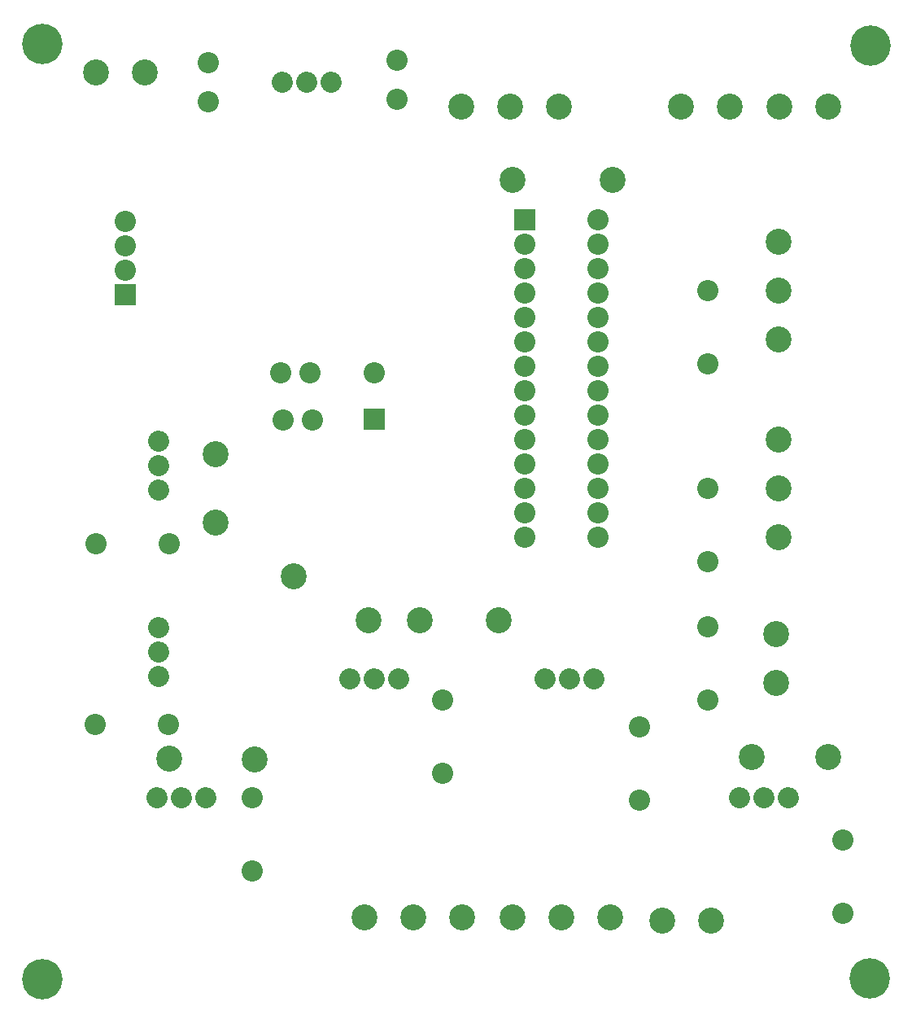
<source format=gbs>
G04 Layer: BottomSolderMaskLayer*
G04 EasyEDA v6.3.43, 2020-05-25T08:10:49+01:00*
G04 809d050b7b404b088306c213adac8bc8,fe6cc42eb16a44418a09de5ec01cb9e8,10*
G04 Gerber Generator version 0.2*
G04 Scale: 100 percent, Rotated: No, Reflected: No *
G04 Dimensions in millimeters *
G04 leading zeros omitted , absolute positions ,3 integer and 3 decimal *
%FSLAX33Y33*%
%MOMM*%
G90*
G71D02*

%ADD25C,2.203196*%
%ADD26C,2.703195*%
%ADD27C,4.203192*%

%LPD*%
G54D25*
G01X15590Y35031D02*
G01X15590Y35031D01*
G01X15590Y40111D02*
G01X15590Y40111D01*
G01X15590Y37571D02*
G01X15590Y37571D01*
G01X20543Y22458D02*
G01X20543Y22458D01*
G01X15463Y22458D02*
G01X15463Y22458D01*
G01X18003Y22458D02*
G01X18003Y22458D01*
G01X40609Y34777D02*
G01X40609Y34777D01*
G01X35529Y34777D02*
G01X35529Y34777D01*
G01X38069Y34777D02*
G01X38069Y34777D01*
G01X60929Y34777D02*
G01X60929Y34777D01*
G01X55849Y34777D02*
G01X55849Y34777D01*
G01X58389Y34777D02*
G01X58389Y34777D01*
G01X81122Y22458D02*
G01X81122Y22458D01*
G01X76042Y22458D02*
G01X76042Y22458D01*
G01X78582Y22458D02*
G01X78582Y22458D01*
G01X15590Y54462D02*
G01X15590Y54462D01*
G01X15590Y59542D02*
G01X15590Y59542D01*
G01X15590Y57002D02*
G01X15590Y57002D01*
G01X28496Y96890D02*
G01X28496Y96890D01*
G01X33576Y96890D02*
G01X33576Y96890D01*
G01X31036Y96890D02*
G01X31036Y96890D01*
G54D26*
G01X62834Y86720D03*
G01X52420Y86720D03*
G01X77312Y26649D03*
G01X85313Y26649D03*
G01X51023Y40873D03*
G01X42768Y40873D03*
G01X25623Y26395D03*
G01X16733Y26522D03*
G01X29687Y45445D03*
G01X37434Y40873D03*
G01X21559Y51033D03*
G01X21559Y58145D03*
G54D27*
G01X3477Y3545D03*
G01X3477Y100827D03*
G01X89710Y100700D03*
G01X89583Y3672D03*
G54D25*
G01X72740Y32618D03*
G01X72740Y40238D03*
G01X72740Y46969D03*
G01X72740Y54589D03*
G01X72740Y67543D03*
G01X72740Y75163D03*
G01X28544Y61701D03*
G01X31592Y61701D03*
G01X28290Y66654D03*
G01X31338Y66654D03*
G36*
G01X36967Y60700D02*
G01X36967Y62905D01*
G01X39171Y62905D01*
G01X39171Y60700D01*
G01X36967Y60700D01*
G37*
G01X38069Y66680D03*
G01X61310Y49509D03*
G01X61310Y52049D03*
G01X61310Y54589D03*
G01X61310Y57129D03*
G01X61310Y59669D03*
G01X61310Y62209D03*
G01X61310Y64749D03*
G01X61310Y67289D03*
G01X61310Y69829D03*
G01X61310Y72369D03*
G01X61310Y74909D03*
G01X61310Y77449D03*
G01X61310Y79989D03*
G01X61310Y82529D03*
G01X53690Y49509D03*
G01X53690Y52049D03*
G01X53690Y54589D03*
G01X53690Y57129D03*
G01X53690Y59669D03*
G01X53690Y62209D03*
G01X53690Y64749D03*
G01X53690Y67289D03*
G01X53690Y69829D03*
G01X53690Y72369D03*
G01X53690Y74909D03*
G01X53690Y77449D03*
G01X53690Y79989D03*
G36*
G01X52588Y81427D02*
G01X52588Y83632D01*
G01X54792Y83632D01*
G01X54792Y81427D01*
G01X52588Y81427D01*
G37*
G54D26*
G01X47086Y94340D03*
G01X52166Y94340D03*
G01X57246Y94340D03*
G01X80106Y70083D03*
G01X80106Y75163D03*
G01X80106Y80243D03*
G01X80106Y49509D03*
G01X80106Y54589D03*
G01X80106Y59669D03*
G01X47213Y10012D03*
G01X42133Y10012D03*
G01X37053Y10012D03*
G01X62580Y10012D03*
G01X57500Y10012D03*
G01X52420Y10012D03*
G01X69946Y94340D03*
G01X75026Y94340D03*
G01X80233Y94340D03*
G01X85313Y94340D03*
G01X79852Y34396D03*
G01X79852Y39476D03*
G54D25*
G01X86837Y18013D03*
G01X86837Y10393D03*
G01X65628Y29824D03*
G01X65628Y22204D03*
G01X45181Y32618D03*
G01X45181Y24998D03*
G01X25369Y14838D03*
G01X25369Y22458D03*
G01X8986Y30078D03*
G01X16606Y30078D03*
G01X9113Y48874D03*
G01X16733Y48874D03*
G54D26*
G01X73121Y9631D03*
G01X68041Y9631D03*
G01X14145Y97906D03*
G01X9065Y97906D03*
G54D25*
G01X20749Y94858D03*
G01X20749Y98922D03*
G01X40434Y99176D03*
G01X40434Y95112D03*
G36*
G01X11010Y73690D02*
G01X11010Y75895D01*
G01X13215Y75895D01*
G01X13215Y73690D01*
G01X11010Y73690D01*
G37*
G01X12113Y77332D03*
G01X12113Y79872D03*
G01X12113Y82412D03*
M00*
M02*

</source>
